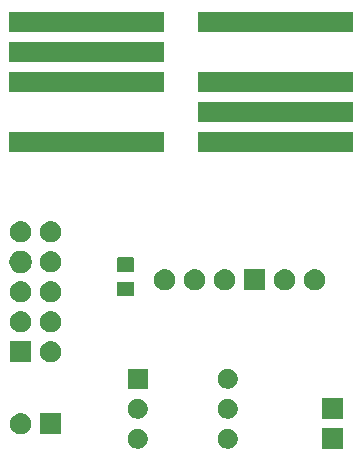
<source format=gbr>
%TF.GenerationSoftware,KiCad,Pcbnew,5.1.5*%
%TF.CreationDate,2020-04-13T15:16:57+02:00*%
%TF.ProjectId,Flash-Station,466c6173-682d-4537-9461-74696f6e2e6b,rev?*%
%TF.SameCoordinates,Original*%
%TF.FileFunction,Soldermask,Top*%
%TF.FilePolarity,Negative*%
%FSLAX46Y46*%
G04 Gerber Fmt 4.6, Leading zero omitted, Abs format (unit mm)*
G04 Created by KiCad (PCBNEW 5.1.5) date 2020-04-13 15:16:57*
%MOMM*%
%LPD*%
G04 APERTURE LIST*
%ADD10C,0.100000*%
G04 APERTURE END LIST*
D10*
G36*
X95897000Y-95897000D02*
G01*
X94095000Y-95897000D01*
X94095000Y-94095000D01*
X95897000Y-94095000D01*
X95897000Y-95897000D01*
G37*
G36*
X86354228Y-94177703D02*
G01*
X86509100Y-94241853D01*
X86648481Y-94334985D01*
X86767015Y-94453519D01*
X86860147Y-94592900D01*
X86924297Y-94747772D01*
X86957000Y-94912184D01*
X86957000Y-95079816D01*
X86924297Y-95244228D01*
X86860147Y-95399100D01*
X86767015Y-95538481D01*
X86648481Y-95657015D01*
X86509100Y-95750147D01*
X86354228Y-95814297D01*
X86189816Y-95847000D01*
X86022184Y-95847000D01*
X85857772Y-95814297D01*
X85702900Y-95750147D01*
X85563519Y-95657015D01*
X85444985Y-95538481D01*
X85351853Y-95399100D01*
X85287703Y-95244228D01*
X85255000Y-95079816D01*
X85255000Y-94912184D01*
X85287703Y-94747772D01*
X85351853Y-94592900D01*
X85444985Y-94453519D01*
X85563519Y-94334985D01*
X85702900Y-94241853D01*
X85857772Y-94177703D01*
X86022184Y-94145000D01*
X86189816Y-94145000D01*
X86354228Y-94177703D01*
G37*
G36*
X78734228Y-94177703D02*
G01*
X78889100Y-94241853D01*
X79028481Y-94334985D01*
X79147015Y-94453519D01*
X79240147Y-94592900D01*
X79304297Y-94747772D01*
X79337000Y-94912184D01*
X79337000Y-95079816D01*
X79304297Y-95244228D01*
X79240147Y-95399100D01*
X79147015Y-95538481D01*
X79028481Y-95657015D01*
X78889100Y-95750147D01*
X78734228Y-95814297D01*
X78569816Y-95847000D01*
X78402184Y-95847000D01*
X78237772Y-95814297D01*
X78082900Y-95750147D01*
X77943519Y-95657015D01*
X77824985Y-95538481D01*
X77731853Y-95399100D01*
X77667703Y-95244228D01*
X77635000Y-95079816D01*
X77635000Y-94912184D01*
X77667703Y-94747772D01*
X77731853Y-94592900D01*
X77824985Y-94453519D01*
X77943519Y-94334985D01*
X78082900Y-94241853D01*
X78237772Y-94177703D01*
X78402184Y-94145000D01*
X78569816Y-94145000D01*
X78734228Y-94177703D01*
G37*
G36*
X68693512Y-92829927D02*
G01*
X68842812Y-92859624D01*
X69006784Y-92927544D01*
X69154354Y-93026147D01*
X69279853Y-93151646D01*
X69378456Y-93299216D01*
X69446376Y-93463188D01*
X69481000Y-93637259D01*
X69481000Y-93814741D01*
X69446376Y-93988812D01*
X69378456Y-94152784D01*
X69279853Y-94300354D01*
X69154354Y-94425853D01*
X69006784Y-94524456D01*
X68842812Y-94592376D01*
X68693512Y-94622073D01*
X68668742Y-94627000D01*
X68491258Y-94627000D01*
X68466488Y-94622073D01*
X68317188Y-94592376D01*
X68153216Y-94524456D01*
X68005646Y-94425853D01*
X67880147Y-94300354D01*
X67781544Y-94152784D01*
X67713624Y-93988812D01*
X67679000Y-93814741D01*
X67679000Y-93637259D01*
X67713624Y-93463188D01*
X67781544Y-93299216D01*
X67880147Y-93151646D01*
X68005646Y-93026147D01*
X68153216Y-92927544D01*
X68317188Y-92859624D01*
X68466488Y-92829927D01*
X68491258Y-92825000D01*
X68668742Y-92825000D01*
X68693512Y-92829927D01*
G37*
G36*
X72021000Y-94627000D02*
G01*
X70219000Y-94627000D01*
X70219000Y-92825000D01*
X72021000Y-92825000D01*
X72021000Y-94627000D01*
G37*
G36*
X95897000Y-93357000D02*
G01*
X94095000Y-93357000D01*
X94095000Y-91555000D01*
X95897000Y-91555000D01*
X95897000Y-93357000D01*
G37*
G36*
X86354228Y-91637703D02*
G01*
X86509100Y-91701853D01*
X86648481Y-91794985D01*
X86767015Y-91913519D01*
X86860147Y-92052900D01*
X86924297Y-92207772D01*
X86957000Y-92372184D01*
X86957000Y-92539816D01*
X86924297Y-92704228D01*
X86860147Y-92859100D01*
X86767015Y-92998481D01*
X86648481Y-93117015D01*
X86509100Y-93210147D01*
X86354228Y-93274297D01*
X86189816Y-93307000D01*
X86022184Y-93307000D01*
X85857772Y-93274297D01*
X85702900Y-93210147D01*
X85563519Y-93117015D01*
X85444985Y-92998481D01*
X85351853Y-92859100D01*
X85287703Y-92704228D01*
X85255000Y-92539816D01*
X85255000Y-92372184D01*
X85287703Y-92207772D01*
X85351853Y-92052900D01*
X85444985Y-91913519D01*
X85563519Y-91794985D01*
X85702900Y-91701853D01*
X85857772Y-91637703D01*
X86022184Y-91605000D01*
X86189816Y-91605000D01*
X86354228Y-91637703D01*
G37*
G36*
X78734228Y-91637703D02*
G01*
X78889100Y-91701853D01*
X79028481Y-91794985D01*
X79147015Y-91913519D01*
X79240147Y-92052900D01*
X79304297Y-92207772D01*
X79337000Y-92372184D01*
X79337000Y-92539816D01*
X79304297Y-92704228D01*
X79240147Y-92859100D01*
X79147015Y-92998481D01*
X79028481Y-93117015D01*
X78889100Y-93210147D01*
X78734228Y-93274297D01*
X78569816Y-93307000D01*
X78402184Y-93307000D01*
X78237772Y-93274297D01*
X78082900Y-93210147D01*
X77943519Y-93117015D01*
X77824985Y-92998481D01*
X77731853Y-92859100D01*
X77667703Y-92704228D01*
X77635000Y-92539816D01*
X77635000Y-92372184D01*
X77667703Y-92207772D01*
X77731853Y-92052900D01*
X77824985Y-91913519D01*
X77943519Y-91794985D01*
X78082900Y-91701853D01*
X78237772Y-91637703D01*
X78402184Y-91605000D01*
X78569816Y-91605000D01*
X78734228Y-91637703D01*
G37*
G36*
X79337000Y-90767000D02*
G01*
X77635000Y-90767000D01*
X77635000Y-89065000D01*
X79337000Y-89065000D01*
X79337000Y-90767000D01*
G37*
G36*
X86354228Y-89097703D02*
G01*
X86509100Y-89161853D01*
X86648481Y-89254985D01*
X86767015Y-89373519D01*
X86860147Y-89512900D01*
X86924297Y-89667772D01*
X86957000Y-89832184D01*
X86957000Y-89999816D01*
X86924297Y-90164228D01*
X86860147Y-90319100D01*
X86767015Y-90458481D01*
X86648481Y-90577015D01*
X86509100Y-90670147D01*
X86354228Y-90734297D01*
X86189816Y-90767000D01*
X86022184Y-90767000D01*
X85857772Y-90734297D01*
X85702900Y-90670147D01*
X85563519Y-90577015D01*
X85444985Y-90458481D01*
X85351853Y-90319100D01*
X85287703Y-90164228D01*
X85255000Y-89999816D01*
X85255000Y-89832184D01*
X85287703Y-89667772D01*
X85351853Y-89512900D01*
X85444985Y-89373519D01*
X85563519Y-89254985D01*
X85702900Y-89161853D01*
X85857772Y-89097703D01*
X86022184Y-89065000D01*
X86189816Y-89065000D01*
X86354228Y-89097703D01*
G37*
G36*
X71233512Y-86733927D02*
G01*
X71382812Y-86763624D01*
X71546784Y-86831544D01*
X71694354Y-86930147D01*
X71819853Y-87055646D01*
X71918456Y-87203216D01*
X71986376Y-87367188D01*
X72021000Y-87541259D01*
X72021000Y-87718741D01*
X71986376Y-87892812D01*
X71918456Y-88056784D01*
X71819853Y-88204354D01*
X71694354Y-88329853D01*
X71546784Y-88428456D01*
X71382812Y-88496376D01*
X71233512Y-88526073D01*
X71208742Y-88531000D01*
X71031258Y-88531000D01*
X71006488Y-88526073D01*
X70857188Y-88496376D01*
X70693216Y-88428456D01*
X70545646Y-88329853D01*
X70420147Y-88204354D01*
X70321544Y-88056784D01*
X70253624Y-87892812D01*
X70219000Y-87718741D01*
X70219000Y-87541259D01*
X70253624Y-87367188D01*
X70321544Y-87203216D01*
X70420147Y-87055646D01*
X70545646Y-86930147D01*
X70693216Y-86831544D01*
X70857188Y-86763624D01*
X71006488Y-86733927D01*
X71031258Y-86729000D01*
X71208742Y-86729000D01*
X71233512Y-86733927D01*
G37*
G36*
X69481000Y-88531000D02*
G01*
X67679000Y-88531000D01*
X67679000Y-86729000D01*
X69481000Y-86729000D01*
X69481000Y-88531000D01*
G37*
G36*
X71233512Y-84193927D02*
G01*
X71382812Y-84223624D01*
X71546784Y-84291544D01*
X71694354Y-84390147D01*
X71819853Y-84515646D01*
X71918456Y-84663216D01*
X71986376Y-84827188D01*
X72021000Y-85001259D01*
X72021000Y-85178741D01*
X71986376Y-85352812D01*
X71918456Y-85516784D01*
X71819853Y-85664354D01*
X71694354Y-85789853D01*
X71546784Y-85888456D01*
X71382812Y-85956376D01*
X71233512Y-85986073D01*
X71208742Y-85991000D01*
X71031258Y-85991000D01*
X71006488Y-85986073D01*
X70857188Y-85956376D01*
X70693216Y-85888456D01*
X70545646Y-85789853D01*
X70420147Y-85664354D01*
X70321544Y-85516784D01*
X70253624Y-85352812D01*
X70219000Y-85178741D01*
X70219000Y-85001259D01*
X70253624Y-84827188D01*
X70321544Y-84663216D01*
X70420147Y-84515646D01*
X70545646Y-84390147D01*
X70693216Y-84291544D01*
X70857188Y-84223624D01*
X71006488Y-84193927D01*
X71031258Y-84189000D01*
X71208742Y-84189000D01*
X71233512Y-84193927D01*
G37*
G36*
X68693512Y-84193927D02*
G01*
X68842812Y-84223624D01*
X69006784Y-84291544D01*
X69154354Y-84390147D01*
X69279853Y-84515646D01*
X69378456Y-84663216D01*
X69446376Y-84827188D01*
X69481000Y-85001259D01*
X69481000Y-85178741D01*
X69446376Y-85352812D01*
X69378456Y-85516784D01*
X69279853Y-85664354D01*
X69154354Y-85789853D01*
X69006784Y-85888456D01*
X68842812Y-85956376D01*
X68693512Y-85986073D01*
X68668742Y-85991000D01*
X68491258Y-85991000D01*
X68466488Y-85986073D01*
X68317188Y-85956376D01*
X68153216Y-85888456D01*
X68005646Y-85789853D01*
X67880147Y-85664354D01*
X67781544Y-85516784D01*
X67713624Y-85352812D01*
X67679000Y-85178741D01*
X67679000Y-85001259D01*
X67713624Y-84827188D01*
X67781544Y-84663216D01*
X67880147Y-84515646D01*
X68005646Y-84390147D01*
X68153216Y-84291544D01*
X68317188Y-84223624D01*
X68466488Y-84193927D01*
X68491258Y-84189000D01*
X68668742Y-84189000D01*
X68693512Y-84193927D01*
G37*
G36*
X68693512Y-81653927D02*
G01*
X68842812Y-81683624D01*
X69006784Y-81751544D01*
X69154354Y-81850147D01*
X69279853Y-81975646D01*
X69378456Y-82123216D01*
X69446376Y-82287188D01*
X69481000Y-82461259D01*
X69481000Y-82638741D01*
X69446376Y-82812812D01*
X69378456Y-82976784D01*
X69279853Y-83124354D01*
X69154354Y-83249853D01*
X69006784Y-83348456D01*
X68842812Y-83416376D01*
X68693512Y-83446073D01*
X68668742Y-83451000D01*
X68491258Y-83451000D01*
X68466488Y-83446073D01*
X68317188Y-83416376D01*
X68153216Y-83348456D01*
X68005646Y-83249853D01*
X67880147Y-83124354D01*
X67781544Y-82976784D01*
X67713624Y-82812812D01*
X67679000Y-82638741D01*
X67679000Y-82461259D01*
X67713624Y-82287188D01*
X67781544Y-82123216D01*
X67880147Y-81975646D01*
X68005646Y-81850147D01*
X68153216Y-81751544D01*
X68317188Y-81683624D01*
X68466488Y-81653927D01*
X68491258Y-81649000D01*
X68668742Y-81649000D01*
X68693512Y-81653927D01*
G37*
G36*
X71233512Y-81653927D02*
G01*
X71382812Y-81683624D01*
X71546784Y-81751544D01*
X71694354Y-81850147D01*
X71819853Y-81975646D01*
X71918456Y-82123216D01*
X71986376Y-82287188D01*
X72021000Y-82461259D01*
X72021000Y-82638741D01*
X71986376Y-82812812D01*
X71918456Y-82976784D01*
X71819853Y-83124354D01*
X71694354Y-83249853D01*
X71546784Y-83348456D01*
X71382812Y-83416376D01*
X71233512Y-83446073D01*
X71208742Y-83451000D01*
X71031258Y-83451000D01*
X71006488Y-83446073D01*
X70857188Y-83416376D01*
X70693216Y-83348456D01*
X70545646Y-83249853D01*
X70420147Y-83124354D01*
X70321544Y-82976784D01*
X70253624Y-82812812D01*
X70219000Y-82638741D01*
X70219000Y-82461259D01*
X70253624Y-82287188D01*
X70321544Y-82123216D01*
X70420147Y-81975646D01*
X70545646Y-81850147D01*
X70693216Y-81751544D01*
X70857188Y-81683624D01*
X71006488Y-81653927D01*
X71031258Y-81649000D01*
X71208742Y-81649000D01*
X71233512Y-81653927D01*
G37*
G36*
X78058674Y-81683465D02*
G01*
X78096367Y-81694899D01*
X78131103Y-81713466D01*
X78161548Y-81738452D01*
X78186534Y-81768897D01*
X78205101Y-81803633D01*
X78216535Y-81841326D01*
X78221000Y-81886661D01*
X78221000Y-82723339D01*
X78216535Y-82768674D01*
X78205101Y-82806367D01*
X78186534Y-82841103D01*
X78161548Y-82871548D01*
X78131103Y-82896534D01*
X78096367Y-82915101D01*
X78058674Y-82926535D01*
X78013339Y-82931000D01*
X76926661Y-82931000D01*
X76881326Y-82926535D01*
X76843633Y-82915101D01*
X76808897Y-82896534D01*
X76778452Y-82871548D01*
X76753466Y-82841103D01*
X76734899Y-82806367D01*
X76723465Y-82768674D01*
X76719000Y-82723339D01*
X76719000Y-81886661D01*
X76723465Y-81841326D01*
X76734899Y-81803633D01*
X76753466Y-81768897D01*
X76778452Y-81738452D01*
X76808897Y-81713466D01*
X76843633Y-81694899D01*
X76881326Y-81683465D01*
X76926661Y-81679000D01*
X78013339Y-81679000D01*
X78058674Y-81683465D01*
G37*
G36*
X93585512Y-80637927D02*
G01*
X93734812Y-80667624D01*
X93898784Y-80735544D01*
X94046354Y-80834147D01*
X94171853Y-80959646D01*
X94270456Y-81107216D01*
X94338376Y-81271188D01*
X94373000Y-81445259D01*
X94373000Y-81622741D01*
X94338376Y-81796812D01*
X94270456Y-81960784D01*
X94171853Y-82108354D01*
X94046354Y-82233853D01*
X93898784Y-82332456D01*
X93734812Y-82400376D01*
X93585512Y-82430073D01*
X93560742Y-82435000D01*
X93383258Y-82435000D01*
X93358488Y-82430073D01*
X93209188Y-82400376D01*
X93045216Y-82332456D01*
X92897646Y-82233853D01*
X92772147Y-82108354D01*
X92673544Y-81960784D01*
X92605624Y-81796812D01*
X92571000Y-81622741D01*
X92571000Y-81445259D01*
X92605624Y-81271188D01*
X92673544Y-81107216D01*
X92772147Y-80959646D01*
X92897646Y-80834147D01*
X93045216Y-80735544D01*
X93209188Y-80667624D01*
X93358488Y-80637927D01*
X93383258Y-80633000D01*
X93560742Y-80633000D01*
X93585512Y-80637927D01*
G37*
G36*
X80885512Y-80637927D02*
G01*
X81034812Y-80667624D01*
X81198784Y-80735544D01*
X81346354Y-80834147D01*
X81471853Y-80959646D01*
X81570456Y-81107216D01*
X81638376Y-81271188D01*
X81673000Y-81445259D01*
X81673000Y-81622741D01*
X81638376Y-81796812D01*
X81570456Y-81960784D01*
X81471853Y-82108354D01*
X81346354Y-82233853D01*
X81198784Y-82332456D01*
X81034812Y-82400376D01*
X80885512Y-82430073D01*
X80860742Y-82435000D01*
X80683258Y-82435000D01*
X80658488Y-82430073D01*
X80509188Y-82400376D01*
X80345216Y-82332456D01*
X80197646Y-82233853D01*
X80072147Y-82108354D01*
X79973544Y-81960784D01*
X79905624Y-81796812D01*
X79871000Y-81622741D01*
X79871000Y-81445259D01*
X79905624Y-81271188D01*
X79973544Y-81107216D01*
X80072147Y-80959646D01*
X80197646Y-80834147D01*
X80345216Y-80735544D01*
X80509188Y-80667624D01*
X80658488Y-80637927D01*
X80683258Y-80633000D01*
X80860742Y-80633000D01*
X80885512Y-80637927D01*
G37*
G36*
X91045512Y-80637927D02*
G01*
X91194812Y-80667624D01*
X91358784Y-80735544D01*
X91506354Y-80834147D01*
X91631853Y-80959646D01*
X91730456Y-81107216D01*
X91798376Y-81271188D01*
X91833000Y-81445259D01*
X91833000Y-81622741D01*
X91798376Y-81796812D01*
X91730456Y-81960784D01*
X91631853Y-82108354D01*
X91506354Y-82233853D01*
X91358784Y-82332456D01*
X91194812Y-82400376D01*
X91045512Y-82430073D01*
X91020742Y-82435000D01*
X90843258Y-82435000D01*
X90818488Y-82430073D01*
X90669188Y-82400376D01*
X90505216Y-82332456D01*
X90357646Y-82233853D01*
X90232147Y-82108354D01*
X90133544Y-81960784D01*
X90065624Y-81796812D01*
X90031000Y-81622741D01*
X90031000Y-81445259D01*
X90065624Y-81271188D01*
X90133544Y-81107216D01*
X90232147Y-80959646D01*
X90357646Y-80834147D01*
X90505216Y-80735544D01*
X90669188Y-80667624D01*
X90818488Y-80637927D01*
X90843258Y-80633000D01*
X91020742Y-80633000D01*
X91045512Y-80637927D01*
G37*
G36*
X89293000Y-82435000D02*
G01*
X87491000Y-82435000D01*
X87491000Y-80633000D01*
X89293000Y-80633000D01*
X89293000Y-82435000D01*
G37*
G36*
X83425512Y-80637927D02*
G01*
X83574812Y-80667624D01*
X83738784Y-80735544D01*
X83886354Y-80834147D01*
X84011853Y-80959646D01*
X84110456Y-81107216D01*
X84178376Y-81271188D01*
X84213000Y-81445259D01*
X84213000Y-81622741D01*
X84178376Y-81796812D01*
X84110456Y-81960784D01*
X84011853Y-82108354D01*
X83886354Y-82233853D01*
X83738784Y-82332456D01*
X83574812Y-82400376D01*
X83425512Y-82430073D01*
X83400742Y-82435000D01*
X83223258Y-82435000D01*
X83198488Y-82430073D01*
X83049188Y-82400376D01*
X82885216Y-82332456D01*
X82737646Y-82233853D01*
X82612147Y-82108354D01*
X82513544Y-81960784D01*
X82445624Y-81796812D01*
X82411000Y-81622741D01*
X82411000Y-81445259D01*
X82445624Y-81271188D01*
X82513544Y-81107216D01*
X82612147Y-80959646D01*
X82737646Y-80834147D01*
X82885216Y-80735544D01*
X83049188Y-80667624D01*
X83198488Y-80637927D01*
X83223258Y-80633000D01*
X83400742Y-80633000D01*
X83425512Y-80637927D01*
G37*
G36*
X85965512Y-80637927D02*
G01*
X86114812Y-80667624D01*
X86278784Y-80735544D01*
X86426354Y-80834147D01*
X86551853Y-80959646D01*
X86650456Y-81107216D01*
X86718376Y-81271188D01*
X86753000Y-81445259D01*
X86753000Y-81622741D01*
X86718376Y-81796812D01*
X86650456Y-81960784D01*
X86551853Y-82108354D01*
X86426354Y-82233853D01*
X86278784Y-82332456D01*
X86114812Y-82400376D01*
X85965512Y-82430073D01*
X85940742Y-82435000D01*
X85763258Y-82435000D01*
X85738488Y-82430073D01*
X85589188Y-82400376D01*
X85425216Y-82332456D01*
X85277646Y-82233853D01*
X85152147Y-82108354D01*
X85053544Y-81960784D01*
X84985624Y-81796812D01*
X84951000Y-81622741D01*
X84951000Y-81445259D01*
X84985624Y-81271188D01*
X85053544Y-81107216D01*
X85152147Y-80959646D01*
X85277646Y-80834147D01*
X85425216Y-80735544D01*
X85589188Y-80667624D01*
X85738488Y-80637927D01*
X85763258Y-80633000D01*
X85940742Y-80633000D01*
X85965512Y-80637927D01*
G37*
G36*
X68857395Y-79095546D02*
G01*
X69030466Y-79167234D01*
X69030467Y-79167235D01*
X69186227Y-79271310D01*
X69318690Y-79403773D01*
X69318691Y-79403775D01*
X69422766Y-79559534D01*
X69494454Y-79732605D01*
X69531000Y-79916333D01*
X69531000Y-80103667D01*
X69494454Y-80287395D01*
X69422766Y-80460466D01*
X69422765Y-80460467D01*
X69318690Y-80616227D01*
X69186227Y-80748690D01*
X69169243Y-80760038D01*
X69030466Y-80852766D01*
X68857395Y-80924454D01*
X68673667Y-80961000D01*
X68486333Y-80961000D01*
X68302605Y-80924454D01*
X68129534Y-80852766D01*
X67990757Y-80760038D01*
X67973773Y-80748690D01*
X67841310Y-80616227D01*
X67737235Y-80460467D01*
X67737234Y-80460466D01*
X67665546Y-80287395D01*
X67629000Y-80103667D01*
X67629000Y-79916333D01*
X67665546Y-79732605D01*
X67737234Y-79559534D01*
X67841309Y-79403775D01*
X67841310Y-79403773D01*
X67973773Y-79271310D01*
X68129533Y-79167235D01*
X68129534Y-79167234D01*
X68302605Y-79095546D01*
X68486333Y-79059000D01*
X68673667Y-79059000D01*
X68857395Y-79095546D01*
G37*
G36*
X71233512Y-79113927D02*
G01*
X71382812Y-79143624D01*
X71546784Y-79211544D01*
X71694354Y-79310147D01*
X71819853Y-79435646D01*
X71918456Y-79583216D01*
X71986376Y-79747188D01*
X72021000Y-79921259D01*
X72021000Y-80098741D01*
X71986376Y-80272812D01*
X71918456Y-80436784D01*
X71819853Y-80584354D01*
X71694354Y-80709853D01*
X71546784Y-80808456D01*
X71382812Y-80876376D01*
X71233512Y-80906073D01*
X71208742Y-80911000D01*
X71031258Y-80911000D01*
X71006488Y-80906073D01*
X70857188Y-80876376D01*
X70693216Y-80808456D01*
X70545646Y-80709853D01*
X70420147Y-80584354D01*
X70321544Y-80436784D01*
X70253624Y-80272812D01*
X70219000Y-80098741D01*
X70219000Y-79921259D01*
X70253624Y-79747188D01*
X70321544Y-79583216D01*
X70420147Y-79435646D01*
X70545646Y-79310147D01*
X70693216Y-79211544D01*
X70857188Y-79143624D01*
X71006488Y-79113927D01*
X71031258Y-79109000D01*
X71208742Y-79109000D01*
X71233512Y-79113927D01*
G37*
G36*
X78058674Y-79633465D02*
G01*
X78096367Y-79644899D01*
X78131103Y-79663466D01*
X78161548Y-79688452D01*
X78186534Y-79718897D01*
X78205101Y-79753633D01*
X78216535Y-79791326D01*
X78221000Y-79836661D01*
X78221000Y-80673339D01*
X78216535Y-80718674D01*
X78205101Y-80756367D01*
X78186534Y-80791103D01*
X78161548Y-80821548D01*
X78131103Y-80846534D01*
X78096367Y-80865101D01*
X78058674Y-80876535D01*
X78013339Y-80881000D01*
X76926661Y-80881000D01*
X76881326Y-80876535D01*
X76843633Y-80865101D01*
X76808897Y-80846534D01*
X76778452Y-80821548D01*
X76753466Y-80791103D01*
X76734899Y-80756367D01*
X76723465Y-80718674D01*
X76719000Y-80673339D01*
X76719000Y-79836661D01*
X76723465Y-79791326D01*
X76734899Y-79753633D01*
X76753466Y-79718897D01*
X76778452Y-79688452D01*
X76808897Y-79663466D01*
X76843633Y-79644899D01*
X76881326Y-79633465D01*
X76926661Y-79629000D01*
X78013339Y-79629000D01*
X78058674Y-79633465D01*
G37*
G36*
X68693512Y-76573927D02*
G01*
X68842812Y-76603624D01*
X69006784Y-76671544D01*
X69154354Y-76770147D01*
X69279853Y-76895646D01*
X69378456Y-77043216D01*
X69446376Y-77207188D01*
X69481000Y-77381259D01*
X69481000Y-77558741D01*
X69446376Y-77732812D01*
X69378456Y-77896784D01*
X69279853Y-78044354D01*
X69154354Y-78169853D01*
X69006784Y-78268456D01*
X68842812Y-78336376D01*
X68693512Y-78366073D01*
X68668742Y-78371000D01*
X68491258Y-78371000D01*
X68466488Y-78366073D01*
X68317188Y-78336376D01*
X68153216Y-78268456D01*
X68005646Y-78169853D01*
X67880147Y-78044354D01*
X67781544Y-77896784D01*
X67713624Y-77732812D01*
X67679000Y-77558741D01*
X67679000Y-77381259D01*
X67713624Y-77207188D01*
X67781544Y-77043216D01*
X67880147Y-76895646D01*
X68005646Y-76770147D01*
X68153216Y-76671544D01*
X68317188Y-76603624D01*
X68466488Y-76573927D01*
X68491258Y-76569000D01*
X68668742Y-76569000D01*
X68693512Y-76573927D01*
G37*
G36*
X71233512Y-76573927D02*
G01*
X71382812Y-76603624D01*
X71546784Y-76671544D01*
X71694354Y-76770147D01*
X71819853Y-76895646D01*
X71918456Y-77043216D01*
X71986376Y-77207188D01*
X72021000Y-77381259D01*
X72021000Y-77558741D01*
X71986376Y-77732812D01*
X71918456Y-77896784D01*
X71819853Y-78044354D01*
X71694354Y-78169853D01*
X71546784Y-78268456D01*
X71382812Y-78336376D01*
X71233512Y-78366073D01*
X71208742Y-78371000D01*
X71031258Y-78371000D01*
X71006488Y-78366073D01*
X70857188Y-78336376D01*
X70693216Y-78268456D01*
X70545646Y-78169853D01*
X70420147Y-78044354D01*
X70321544Y-77896784D01*
X70253624Y-77732812D01*
X70219000Y-77558741D01*
X70219000Y-77381259D01*
X70253624Y-77207188D01*
X70321544Y-77043216D01*
X70420147Y-76895646D01*
X70545646Y-76770147D01*
X70693216Y-76671544D01*
X70857188Y-76603624D01*
X71006488Y-76573927D01*
X71031258Y-76569000D01*
X71208742Y-76569000D01*
X71233512Y-76573927D01*
G37*
G36*
X80719000Y-70701000D02*
G01*
X67617000Y-70701000D01*
X67617000Y-68999000D01*
X80719000Y-68999000D01*
X80719000Y-70701000D01*
G37*
G36*
X96721000Y-70701000D02*
G01*
X83619000Y-70701000D01*
X83619000Y-68999000D01*
X96721000Y-68999000D01*
X96721000Y-70701000D01*
G37*
G36*
X96721000Y-68161000D02*
G01*
X83619000Y-68161000D01*
X83619000Y-66459000D01*
X96721000Y-66459000D01*
X96721000Y-68161000D01*
G37*
G36*
X96721000Y-65621000D02*
G01*
X83619000Y-65621000D01*
X83619000Y-63919000D01*
X96721000Y-63919000D01*
X96721000Y-65621000D01*
G37*
G36*
X80719000Y-65621000D02*
G01*
X67617000Y-65621000D01*
X67617000Y-63919000D01*
X80719000Y-63919000D01*
X80719000Y-65621000D01*
G37*
G36*
X80719000Y-63081000D02*
G01*
X67617000Y-63081000D01*
X67617000Y-61379000D01*
X80719000Y-61379000D01*
X80719000Y-63081000D01*
G37*
G36*
X96721000Y-60541000D02*
G01*
X83619000Y-60541000D01*
X83619000Y-58839000D01*
X96721000Y-58839000D01*
X96721000Y-60541000D01*
G37*
G36*
X80719000Y-60541000D02*
G01*
X67617000Y-60541000D01*
X67617000Y-58839000D01*
X80719000Y-58839000D01*
X80719000Y-60541000D01*
G37*
M02*

</source>
